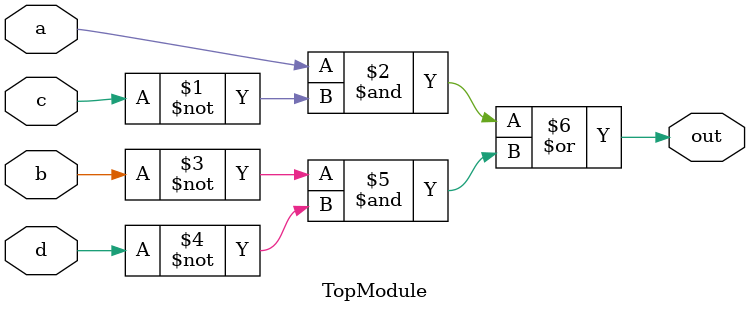
<source format=sv>

module TopModule (
  input a,
  input b,
  input c,
  input d,
  output reg out
);
assign out = (a & ~c) | (~b & ~d); endmodule

// VERILOG-EVAL: endmodule not found

</source>
